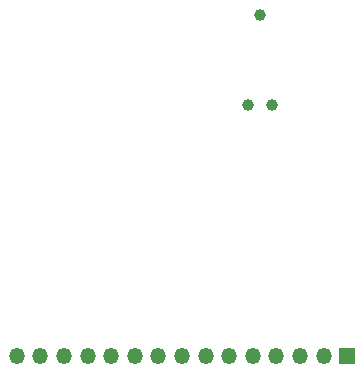
<source format=gbr>
%TF.GenerationSoftware,KiCad,Pcbnew,7.0.5*%
%TF.CreationDate,2023-08-21T12:06:50+01:00*%
%TF.ProjectId,ESC_Control_Board_STM32G071_V2,4553435f-436f-46e7-9472-6f6c5f426f61,rev?*%
%TF.SameCoordinates,Original*%
%TF.FileFunction,Soldermask,Bot*%
%TF.FilePolarity,Negative*%
%FSLAX46Y46*%
G04 Gerber Fmt 4.6, Leading zero omitted, Abs format (unit mm)*
G04 Created by KiCad (PCBNEW 7.0.5) date 2023-08-21 12:06:50*
%MOMM*%
%LPD*%
G01*
G04 APERTURE LIST*
%ADD10C,0.990600*%
%ADD11R,1.350000X1.350000*%
%ADD12O,1.350000X1.350000*%
G04 APERTURE END LIST*
D10*
%TO.C,J1*%
X138300000Y-50990000D03*
X139316000Y-58610000D03*
X137284000Y-58610000D03*
%TD*%
D11*
%TO.C,J6*%
X145700000Y-79900000D03*
D12*
X143700000Y-79900000D03*
X141700000Y-79900000D03*
X139700000Y-79900000D03*
X137700000Y-79900000D03*
X135700000Y-79900000D03*
X133700000Y-79900000D03*
X131700000Y-79900000D03*
X129700000Y-79900000D03*
X127700000Y-79900000D03*
X125700000Y-79900000D03*
X123700000Y-79900000D03*
X121700000Y-79900000D03*
X119700000Y-79900000D03*
X117700000Y-79900000D03*
%TD*%
M02*

</source>
